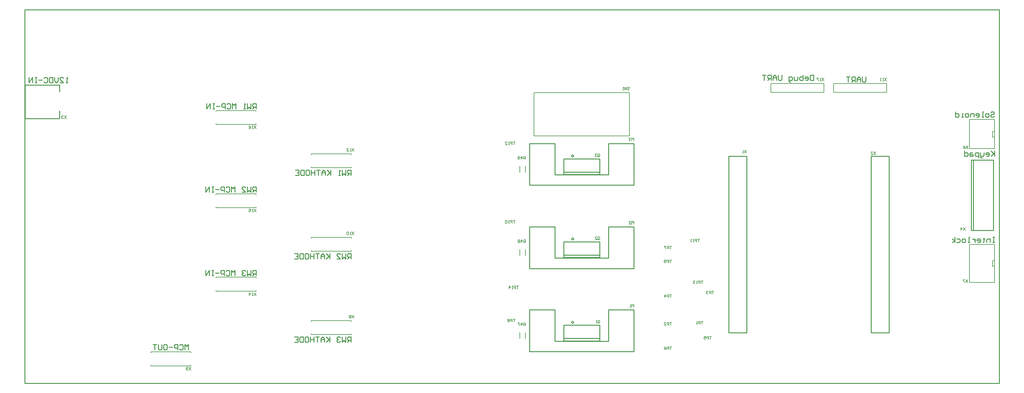
<source format=gbo>
G04 Layer_Color=32896*
%FSLAX43Y43*%
%MOMM*%
G71*
G01*
G75*
%ADD35C,0.250*%
%ADD38C,0.150*%
%ADD39C,0.200*%
%ADD43C,0.254*%
D35*
X272500Y44000D02*
Y64200D01*
X271900Y44000D02*
Y64200D01*
D38*
X278025Y33660D02*
X278600D01*
X278025D02*
Y35285D01*
X278575D01*
X271400Y39950D02*
X278600D01*
Y28975D02*
Y39950D01*
X271400Y28975D02*
X278600D01*
X271400D02*
Y39950D01*
Y67500D02*
Y75950D01*
Y67500D02*
X278600D01*
Y75950D01*
X271400D02*
X278600D01*
X278025Y72485D02*
X278575D01*
X278025Y70860D02*
Y72485D01*
Y70860D02*
X278600D01*
X194841Y17770D02*
X194308D01*
X194574D01*
Y16970D01*
X194041D02*
Y17770D01*
X193641D01*
X193508Y17636D01*
Y17370D01*
X193641Y17237D01*
X194041D01*
X193242Y16970D02*
X192975D01*
X193108D01*
Y17770D01*
X193242Y17636D01*
X164667Y17433D02*
Y17966D01*
X164800Y18100D01*
X165067D01*
X165200Y17966D01*
Y17433D01*
X165067Y17300D01*
X164800D01*
X164933Y17567D02*
X164667Y17300D01*
X164800D02*
X164667Y17433D01*
X164400Y17300D02*
X164134D01*
X164267D01*
Y18100D01*
X164400Y17966D01*
X66400Y74100D02*
X65867Y73300D01*
Y74100D02*
X66400Y73300D01*
X65600D02*
X65334D01*
X65467D01*
Y74100D01*
X65600Y73966D01*
X64401Y74100D02*
X64667Y73966D01*
X64934Y73700D01*
Y73433D01*
X64801Y73300D01*
X64534D01*
X64401Y73433D01*
Y73567D01*
X64534Y73700D01*
X64934D01*
X47700Y4600D02*
X47167Y3800D01*
Y4600D02*
X47700Y3800D01*
X46900Y3933D02*
X46767Y3800D01*
X46500D01*
X46367Y3933D01*
Y4466D01*
X46500Y4600D01*
X46767D01*
X46900Y4466D01*
Y4333D01*
X46767Y4200D01*
X46367D01*
X229577Y87838D02*
X229043Y87038D01*
Y87838D02*
X229577Y87038D01*
X228777D02*
X228510D01*
X228644D01*
Y87838D01*
X228777Y87705D01*
X228110Y87838D02*
X227577D01*
Y87705D01*
X228110Y87172D01*
Y87038D01*
X207307Y67046D02*
X206773Y66246D01*
Y67046D02*
X207307Y66246D01*
X206507D02*
X206240D01*
X206373D01*
Y67046D01*
X206507Y66913D01*
X270900Y29800D02*
X270367Y29000D01*
Y29800D02*
X270900Y29000D01*
X270100Y29800D02*
X269567D01*
Y29666D01*
X270100Y29133D01*
Y29000D01*
X271000Y68300D02*
X270467Y67500D01*
Y68300D02*
X271000Y67500D01*
X269667Y68300D02*
X269934Y68166D01*
X270200Y67900D01*
Y67633D01*
X270067Y67500D01*
X269800D01*
X269667Y67633D01*
Y67767D01*
X269800Y67900D01*
X270200D01*
X174967Y69792D02*
Y70592D01*
X174700Y70325D01*
X174433Y70592D01*
Y69792D01*
X174167Y70458D02*
X174034Y70592D01*
X173767D01*
X173634Y70458D01*
Y70325D01*
X173767Y70192D01*
X173900D01*
X173767D01*
X173634Y70058D01*
Y69925D01*
X173767Y69792D01*
X174034D01*
X174167Y69925D01*
X11900Y77000D02*
X11367Y76200D01*
Y77000D02*
X11900Y76200D01*
X11100Y76866D02*
X10967Y77000D01*
X10700D01*
X10567Y76866D01*
Y76733D01*
X10700Y76600D01*
X10834D01*
X10700D01*
X10567Y76467D01*
Y76333D01*
X10700Y76200D01*
X10967D01*
X11100Y76333D01*
X270200Y44800D02*
X269667Y44000D01*
Y44800D02*
X270200Y44000D01*
X269000D02*
Y44800D01*
X269400Y44400D01*
X268867D01*
X141844Y27967D02*
X141311D01*
X141578D01*
Y27168D01*
X141045D02*
Y27967D01*
X140645D01*
X140511Y27834D01*
Y27567D01*
X140645Y27434D01*
X141045D01*
X140245Y27168D02*
X139978D01*
X140112D01*
Y27967D01*
X140245Y27834D01*
X139179Y27168D02*
Y27967D01*
X139578Y27567D01*
X139045D01*
X194844Y29470D02*
X194311D01*
X194578D01*
Y28670D01*
X194045D02*
Y29470D01*
X193645D01*
X193511Y29336D01*
Y29070D01*
X193645Y28937D01*
X194045D01*
X193245Y28670D02*
X192978D01*
X193112D01*
Y29470D01*
X193245Y29336D01*
X192578D02*
X192445Y29470D01*
X192179D01*
X192045Y29336D01*
Y29203D01*
X192179Y29070D01*
X192312D01*
X192179D01*
X192045Y28937D01*
Y28803D01*
X192179Y28670D01*
X192445D01*
X192578Y28803D01*
X140856Y69467D02*
X140323D01*
X140590D01*
Y68668D01*
X140057D02*
Y69467D01*
X139657D01*
X139523Y69334D01*
Y69067D01*
X139657Y68934D01*
X140057D01*
X139257Y68668D02*
X138990D01*
X139124D01*
Y69467D01*
X139257Y69334D01*
X138057Y68668D02*
X138590D01*
X138057Y69201D01*
Y69334D01*
X138191Y69467D01*
X138457D01*
X138590Y69334D01*
X193843Y41467D02*
X193310D01*
X193576D01*
Y40668D01*
X193043D02*
Y41467D01*
X192643D01*
X192510Y41334D01*
Y41067D01*
X192643Y40934D01*
X193043D01*
X192244Y40668D02*
X191977D01*
X192110D01*
Y41467D01*
X192244Y41334D01*
X191577Y40668D02*
X191311D01*
X191444D01*
Y41467D01*
X191577Y41334D01*
X140847Y46867D02*
X140314D01*
X140580D01*
Y46068D01*
X140047D02*
Y46867D01*
X139647D01*
X139514Y46734D01*
Y46467D01*
X139647Y46334D01*
X140047D01*
X139248Y46068D02*
X138981D01*
X139114D01*
Y46867D01*
X139248Y46734D01*
X138581D02*
X138448Y46867D01*
X138181D01*
X138048Y46734D01*
Y46201D01*
X138181Y46068D01*
X138448D01*
X138581Y46201D01*
Y46734D01*
X185861Y35467D02*
X185327D01*
X185594D01*
Y34668D01*
X185061D02*
Y35467D01*
X184661D01*
X184528Y35334D01*
Y35067D01*
X184661Y34934D01*
X185061D01*
X184261Y34801D02*
X184128Y34668D01*
X183861D01*
X183728Y34801D01*
Y35334D01*
X183861Y35467D01*
X184128D01*
X184261Y35334D01*
Y35201D01*
X184128Y35067D01*
X183728D01*
X140852Y18467D02*
X140319D01*
X140585D01*
Y17668D01*
X140052D02*
Y18467D01*
X139652D01*
X139519Y18334D01*
Y18067D01*
X139652Y17934D01*
X140052D01*
X139252Y18334D02*
X139119Y18467D01*
X138852D01*
X138719Y18334D01*
Y18201D01*
X138852Y18067D01*
X138719Y17934D01*
Y17801D01*
X138852Y17668D01*
X139119D01*
X139252Y17801D01*
Y17934D01*
X139119Y18067D01*
X139252Y18201D01*
Y18334D01*
X139119Y18067D02*
X138852D01*
X185843Y39467D02*
X185310D01*
X185576D01*
Y38668D01*
X185043D02*
Y39467D01*
X184643D01*
X184510Y39334D01*
Y39067D01*
X184643Y38934D01*
X185043D01*
X184244Y39467D02*
X183710D01*
Y39334D01*
X184244Y38801D01*
Y38668D01*
X185856Y10470D02*
X185323D01*
X185590D01*
Y9670D01*
X185057D02*
Y10470D01*
X184657D01*
X184523Y10336D01*
Y10070D01*
X184657Y9937D01*
X185057D01*
X183724Y10470D02*
X183990Y10336D01*
X184257Y10070D01*
Y9803D01*
X184124Y9670D01*
X183857D01*
X183724Y9803D01*
Y9937D01*
X183857Y10070D01*
X184257D01*
X197249Y13470D02*
X196716D01*
X196983D01*
Y12670D01*
X196449D02*
Y13470D01*
X196050D01*
X195916Y13336D01*
Y13070D01*
X196050Y12937D01*
X196449D01*
X195117Y13470D02*
X195650D01*
Y13070D01*
X195383Y13203D01*
X195250D01*
X195117Y13070D01*
Y12803D01*
X195250Y12670D01*
X195516D01*
X195650Y12803D01*
X185840Y25470D02*
X185307D01*
X185574D01*
Y24670D01*
X185041D02*
Y25470D01*
X184641D01*
X184508Y25336D01*
Y25070D01*
X184641Y24937D01*
X185041D01*
X183841Y24670D02*
Y25470D01*
X184241Y25070D01*
X183708D01*
X197959Y26470D02*
X197425D01*
X197692D01*
Y25670D01*
X197159D02*
Y26470D01*
X196759D01*
X196626Y26336D01*
Y26070D01*
X196759Y25937D01*
X197159D01*
X196359Y26336D02*
X196226Y26470D01*
X195959D01*
X195826Y26336D01*
Y26203D01*
X195959Y26070D01*
X196093D01*
X195959D01*
X195826Y25937D01*
Y25803D01*
X195959Y25670D01*
X196226D01*
X196359Y25803D01*
X185850Y17470D02*
X185317D01*
X185583D01*
Y16670D01*
X185050D02*
Y17470D01*
X184650D01*
X184517Y17336D01*
Y17070D01*
X184650Y16937D01*
X185050D01*
X183717Y16670D02*
X184250D01*
X183717Y17203D01*
Y17336D01*
X183850Y17470D01*
X184117D01*
X184250Y17336D01*
X143801Y64459D02*
Y65259D01*
X143401D01*
X143267Y65126D01*
Y64859D01*
X143401Y64726D01*
X143801D01*
X143534D02*
X143267Y64459D01*
X142601D02*
Y65259D01*
X143001Y64859D01*
X142468D01*
X142201Y64593D02*
X142068Y64459D01*
X141801D01*
X141668Y64593D01*
Y65126D01*
X141801Y65259D01*
X142068D01*
X142201Y65126D01*
Y64993D01*
X142068Y64859D01*
X141668D01*
X143810Y40455D02*
Y41255D01*
X143410D01*
X143277Y41121D01*
Y40855D01*
X143410Y40721D01*
X143810D01*
X143544D02*
X143277Y40455D01*
X142611D02*
Y41255D01*
X143010Y40855D01*
X142477D01*
X142211Y41121D02*
X142077Y41255D01*
X141811D01*
X141678Y41121D01*
Y40988D01*
X141811Y40855D01*
X141678Y40721D01*
Y40588D01*
X141811Y40455D01*
X142077D01*
X142211Y40588D01*
Y40721D01*
X142077Y40855D01*
X142211Y40988D01*
Y41121D01*
X142077Y40855D02*
X141811D01*
X143808Y16553D02*
Y17353D01*
X143409D01*
X143275Y17220D01*
Y16953D01*
X143409Y16820D01*
X143808D01*
X143542D02*
X143275Y16553D01*
X142609D02*
Y17353D01*
X143009Y16953D01*
X142475D01*
X142209Y17353D02*
X141676D01*
Y17220D01*
X142209Y16687D01*
Y16553D01*
X173171Y85077D02*
X173304Y85211D01*
X173571D01*
X173704Y85077D01*
Y84944D01*
X173571Y84811D01*
X173304D01*
X173171Y84678D01*
Y84544D01*
X173304Y84411D01*
X173571D01*
X173704Y84544D01*
X172904Y84411D02*
Y85211D01*
X172371Y84411D01*
Y85211D01*
X172105Y84411D02*
X171838D01*
X171971D01*
Y85211D01*
X172105Y85077D01*
X244460Y66600D02*
X243927Y65800D01*
Y66600D02*
X244460Y65800D01*
X243127D02*
X243660D01*
X243127Y66333D01*
Y66466D01*
X243260Y66600D01*
X243527D01*
X243660Y66466D01*
X247560Y87838D02*
X247027Y87038D01*
Y87838D02*
X247560Y87038D01*
X246760D02*
X246493D01*
X246627D01*
Y87838D01*
X246760Y87705D01*
X246094Y87038D02*
X245827D01*
X245960D01*
Y87838D01*
X246094Y87705D01*
X164667Y65333D02*
Y65866D01*
X164800Y66000D01*
X165067D01*
X165200Y65866D01*
Y65333D01*
X165067Y65200D01*
X164800D01*
X164933Y65467D02*
X164667Y65200D01*
X164800D02*
X164667Y65333D01*
X164400Y65866D02*
X164267Y66000D01*
X164000D01*
X163867Y65866D01*
Y65733D01*
X164000Y65600D01*
X164134D01*
X164000D01*
X163867Y65467D01*
Y65333D01*
X164000Y65200D01*
X164267D01*
X164400Y65333D01*
X164667Y41433D02*
Y41966D01*
X164800Y42100D01*
X165067D01*
X165200Y41966D01*
Y41433D01*
X165067Y41300D01*
X164800D01*
X164933Y41567D02*
X164667Y41300D01*
X164800D02*
X164667Y41433D01*
X163867Y41300D02*
X164400D01*
X163867Y41833D01*
Y41966D01*
X164000Y42100D01*
X164267D01*
X164400Y41966D01*
X174967Y21887D02*
Y22687D01*
X174700Y22421D01*
X174433Y22687D01*
Y21887D01*
X174167D02*
X173900D01*
X174034D01*
Y22687D01*
X174167Y22554D01*
X174967Y45789D02*
Y46589D01*
X174700Y46322D01*
X174433Y46589D01*
Y45789D01*
X173634D02*
X174167D01*
X173634Y46322D01*
Y46455D01*
X173767Y46589D01*
X174034D01*
X174167Y46455D01*
X94525Y19563D02*
X93992Y18763D01*
Y19563D02*
X94525Y18763D01*
X93725Y19430D02*
X93592Y19563D01*
X93325D01*
X93192Y19430D01*
Y19296D01*
X93325Y19163D01*
X93192Y19030D01*
Y18896D01*
X93325Y18763D01*
X93592D01*
X93725Y18896D01*
Y19030D01*
X93592Y19163D01*
X93725Y19296D01*
Y19430D01*
X93592Y19163D02*
X93325D01*
X94525Y43566D02*
X93992Y42766D01*
Y43566D02*
X94525Y42766D01*
X93725D02*
X93458D01*
X93592D01*
Y43566D01*
X93725Y43433D01*
X93059D02*
X92925Y43566D01*
X92659D01*
X92525Y43433D01*
Y42899D01*
X92659Y42766D01*
X92925D01*
X93059Y42899D01*
Y43433D01*
X94525Y67569D02*
X93992Y66769D01*
Y67569D02*
X94525Y66769D01*
X93725D02*
X93458D01*
X93592D01*
Y67569D01*
X93725Y67436D01*
X92525Y66769D02*
X93059D01*
X92525Y67302D01*
Y67436D01*
X92659Y67569D01*
X92925D01*
X93059Y67436D01*
X66400Y26000D02*
X65867Y25200D01*
Y26000D02*
X66400Y25200D01*
X65600D02*
X65334D01*
X65467D01*
Y26000D01*
X65600Y25866D01*
X64534Y25200D02*
Y26000D01*
X64934Y25600D01*
X64401D01*
X66400Y50100D02*
X65867Y49300D01*
Y50100D02*
X66400Y49300D01*
X65600D02*
X65334D01*
X65467D01*
Y50100D01*
X65600Y49966D01*
X64401Y50100D02*
X64934D01*
Y49700D01*
X64667Y49833D01*
X64534D01*
X64401Y49700D01*
Y49433D01*
X64534Y49300D01*
X64801D01*
X64934Y49433D01*
D39*
X54950Y74500D02*
X66450D01*
Y74750D01*
X54950Y74500D02*
Y74750D01*
X66450Y78250D02*
Y78500D01*
X54950Y78250D02*
Y78500D01*
X66450D01*
X36250Y5000D02*
X47750D01*
Y5250D01*
X36250Y5000D02*
Y5250D01*
X47750Y8750D02*
Y9000D01*
X36250Y8750D02*
Y9000D01*
X47750D01*
X214380Y86270D02*
X229620D01*
X214380Y83730D02*
Y86270D01*
Y83730D02*
X229620D01*
Y86270D01*
X143800Y60700D02*
Y62500D01*
X142200Y60700D02*
Y62500D01*
X143800Y36700D02*
Y38500D01*
X142200Y36700D02*
Y38500D01*
X143800Y12800D02*
Y14600D01*
X142200Y12800D02*
Y14600D01*
X146250Y71150D02*
X173750D01*
X146250Y83650D02*
X173750D01*
X146250Y71150D02*
Y83650D01*
X173750Y71150D02*
Y83650D01*
X232380Y86270D02*
X247620D01*
X232380Y83730D02*
Y86270D01*
Y83730D02*
X247620D01*
Y86270D01*
X82250Y18000D02*
X93750D01*
X82250Y17750D02*
Y18000D01*
X93750Y17750D02*
Y18000D01*
X82250Y14000D02*
Y14250D01*
X93750Y14000D02*
Y14250D01*
X82250Y14000D02*
X93750D01*
X82250Y38000D02*
X93750D01*
Y38250D01*
X82250Y38000D02*
Y38250D01*
X93750Y41750D02*
Y42000D01*
X82250Y41750D02*
Y42000D01*
X93750D01*
X82250Y62000D02*
X93750D01*
Y62250D01*
X82250Y62000D02*
Y62250D01*
X93750Y65750D02*
Y66000D01*
X82250Y65750D02*
Y66000D01*
X93750D01*
X54950Y26500D02*
X66450D01*
Y26750D01*
X54950Y26500D02*
Y26750D01*
X66450Y30250D02*
Y30500D01*
X54950Y30250D02*
Y30500D01*
X66450D01*
X54950Y50500D02*
X66450D01*
Y50750D01*
X54950Y50500D02*
Y50750D01*
X66450Y54250D02*
Y54500D01*
X54950Y54250D02*
Y54500D01*
X66450D01*
D43*
X157700Y17500D02*
G03*
X157700Y17500I-300J0D01*
G01*
Y65400D02*
G03*
X157700Y65400I-300J0D01*
G01*
Y41500D02*
G03*
X157700Y41500I-300J0D01*
G01*
X154800Y12900D02*
X165200D01*
X154800Y12200D02*
Y16700D01*
X165200D01*
Y12200D02*
Y16700D01*
X154800Y12200D02*
X165200D01*
X207430Y14570D02*
Y65370D01*
X202230D02*
X207430D01*
X202230Y14570D02*
Y65370D01*
Y14570D02*
X207430D01*
X145000Y57000D02*
Y69000D01*
X152300D01*
Y60000D02*
Y69000D01*
Y60000D02*
X167700D01*
Y69000D01*
X175000D01*
Y57000D02*
Y69000D01*
X145000Y57000D02*
X175000D01*
X100Y76175D02*
X10000D01*
X100D02*
Y85825D01*
X10000D01*
Y83875D02*
Y85825D01*
Y76175D02*
Y78375D01*
X271900Y64200D02*
X278250D01*
X271900Y44000D02*
X278250D01*
Y64200D01*
X243130Y14570D02*
Y65370D01*
Y14570D02*
X248330D01*
Y65370D01*
X243130D02*
X248330D01*
X154800Y60800D02*
X165200D01*
X154800Y60100D02*
Y64600D01*
X165200D01*
Y60100D02*
Y64600D01*
X154800Y60100D02*
X165200D01*
X154800Y36200D02*
X165200D01*
Y40700D01*
X154800D02*
X165200D01*
X154800Y36200D02*
Y40700D01*
Y36900D02*
X165200D01*
X145000Y9100D02*
Y21100D01*
X152300D01*
Y12100D02*
Y21100D01*
Y12100D02*
X167700D01*
Y21100D01*
X175000D01*
Y9100D02*
Y21100D01*
X145000Y9100D02*
X175000D01*
X145000Y33000D02*
Y45000D01*
X152300D01*
Y36000D02*
Y45000D01*
Y36000D02*
X167700D01*
Y45000D01*
X175000D01*
Y33000D02*
Y45000D01*
X145000Y33000D02*
X175000D01*
X93700Y59800D02*
Y61324D01*
X92938D01*
X92684Y61070D01*
Y60562D01*
X92938Y60308D01*
X93700D01*
X93192D02*
X92684Y59800D01*
X92176Y61324D02*
Y59800D01*
X91669Y60308D01*
X91161Y59800D01*
Y61324D01*
X90653Y59800D02*
X90145D01*
X90399D01*
Y61324D01*
X90653Y61070D01*
X87860Y61324D02*
Y59800D01*
Y60308D01*
X86844Y61324D01*
X87606Y60562D01*
X86844Y59800D01*
X86336D02*
Y60816D01*
X85829Y61324D01*
X85321Y60816D01*
Y59800D01*
Y60562D01*
X86336D01*
X84813Y61324D02*
X83797D01*
X84305D01*
Y59800D01*
X83289Y61324D02*
Y59800D01*
Y60562D01*
X82274D01*
Y61324D01*
Y59800D01*
X81004Y61324D02*
X81512D01*
X81766Y61070D01*
Y60054D01*
X81512Y59800D01*
X81004D01*
X80750Y60054D01*
Y61070D01*
X81004Y61324D01*
X80242D02*
Y59800D01*
X79481D01*
X79227Y60054D01*
Y61070D01*
X79481Y61324D01*
X80242D01*
X77703D02*
X78719D01*
Y59800D01*
X77703D01*
X78719Y60562D02*
X78211D01*
X93700Y35800D02*
Y37324D01*
X92938D01*
X92684Y37070D01*
Y36562D01*
X92938Y36308D01*
X93700D01*
X93192D02*
X92684Y35800D01*
X92176Y37324D02*
Y35800D01*
X91669Y36308D01*
X91161Y35800D01*
Y37324D01*
X89637Y35800D02*
X90653D01*
X89637Y36816D01*
Y37070D01*
X89891Y37324D01*
X90399D01*
X90653Y37070D01*
X87606Y37324D02*
Y35800D01*
Y36308D01*
X86590Y37324D01*
X87352Y36562D01*
X86590Y35800D01*
X86082D02*
Y36816D01*
X85575Y37324D01*
X85067Y36816D01*
Y35800D01*
Y36562D01*
X86082D01*
X84559Y37324D02*
X83543D01*
X84051D01*
Y35800D01*
X83035Y37324D02*
Y35800D01*
Y36562D01*
X82020D01*
Y37324D01*
Y35800D01*
X80750Y37324D02*
X81258D01*
X81512Y37070D01*
Y36054D01*
X81258Y35800D01*
X80750D01*
X80496Y36054D01*
Y37070D01*
X80750Y37324D01*
X79988D02*
Y35800D01*
X79227D01*
X78973Y36054D01*
Y37070D01*
X79227Y37324D01*
X79988D01*
X77449D02*
X78465D01*
Y35800D01*
X77449D01*
X78465Y36562D02*
X77957D01*
X93700Y11800D02*
Y13324D01*
X92938D01*
X92684Y13070D01*
Y12562D01*
X92938Y12308D01*
X93700D01*
X93192D02*
X92684Y11800D01*
X92176Y13324D02*
Y11800D01*
X91669Y12308D01*
X91161Y11800D01*
Y13324D01*
X90653Y13070D02*
X90399Y13324D01*
X89891D01*
X89637Y13070D01*
Y12816D01*
X89891Y12562D01*
X90145D01*
X89891D01*
X89637Y12308D01*
Y12054D01*
X89891Y11800D01*
X90399D01*
X90653Y12054D01*
X87606Y13324D02*
Y11800D01*
Y12308D01*
X86590Y13324D01*
X87352Y12562D01*
X86590Y11800D01*
X86082D02*
Y12816D01*
X85575Y13324D01*
X85067Y12816D01*
Y11800D01*
Y12562D01*
X86082D01*
X84559Y13324D02*
X83543D01*
X84051D01*
Y11800D01*
X83035Y13324D02*
Y11800D01*
Y12562D01*
X82020D01*
Y13324D01*
Y11800D01*
X80750Y13324D02*
X81258D01*
X81512Y13070D01*
Y12054D01*
X81258Y11800D01*
X80750D01*
X80496Y12054D01*
Y13070D01*
X80750Y13324D01*
X79988D02*
Y11800D01*
X79227D01*
X78973Y12054D01*
Y13070D01*
X79227Y13324D01*
X79988D01*
X77449D02*
X78465D01*
Y11800D01*
X77449D01*
X78465Y12562D02*
X77957D01*
X241600Y88224D02*
Y86954D01*
X241346Y86700D01*
X240838D01*
X240584Y86954D01*
Y88224D01*
X240076Y86700D02*
Y87716D01*
X239569Y88224D01*
X239061Y87716D01*
Y86700D01*
Y87462D01*
X240076D01*
X238553Y86700D02*
Y88224D01*
X237791D01*
X237537Y87970D01*
Y87462D01*
X237791Y87208D01*
X238553D01*
X238045D02*
X237537Y86700D01*
X237029Y88224D02*
X236014D01*
X236522D01*
Y86700D01*
X226600Y88724D02*
Y87200D01*
X225838D01*
X225584Y87454D01*
Y88470D01*
X225838Y88724D01*
X226600D01*
X224315Y87200D02*
X224823D01*
X225076Y87454D01*
Y87962D01*
X224823Y88216D01*
X224315D01*
X224061Y87962D01*
Y87708D01*
X225076D01*
X223553Y88724D02*
Y87200D01*
X222791D01*
X222537Y87454D01*
Y87708D01*
Y87962D01*
X222791Y88216D01*
X223553D01*
X222029D02*
Y87454D01*
X221776Y87200D01*
X221014D01*
Y88216D01*
X219998Y86692D02*
X219744D01*
X219490Y86946D01*
Y88216D01*
X220252D01*
X220506Y87962D01*
Y87454D01*
X220252Y87200D01*
X219490D01*
X217459Y88724D02*
Y87454D01*
X217205Y87200D01*
X216697D01*
X216443Y87454D01*
Y88724D01*
X215935Y87200D02*
Y88216D01*
X215428Y88724D01*
X214920Y88216D01*
Y87200D01*
Y87962D01*
X215935D01*
X214412Y87200D02*
Y88724D01*
X213650D01*
X213396Y88470D01*
Y87962D01*
X213650Y87708D01*
X214412D01*
X213904D02*
X213396Y87200D01*
X212888Y88724D02*
X211873D01*
X212381D01*
Y87200D01*
X12300Y86500D02*
X11792D01*
X12046D01*
Y88024D01*
X12300Y87770D01*
X10015Y86500D02*
X11030D01*
X10015Y87516D01*
Y87770D01*
X10269Y88024D01*
X10776D01*
X11030Y87770D01*
X9507Y88024D02*
Y87008D01*
X8999Y86500D01*
X8491Y87008D01*
Y88024D01*
X7983D02*
Y86500D01*
X7222D01*
X6968Y86754D01*
Y87770D01*
X7222Y88024D01*
X7983D01*
X5444Y87770D02*
X5698Y88024D01*
X6206D01*
X6460Y87770D01*
Y86754D01*
X6206Y86500D01*
X5698D01*
X5444Y86754D01*
X4936Y87262D02*
X3921D01*
X3413Y88024D02*
X2905D01*
X3159D01*
Y86500D01*
X3413D01*
X2905D01*
X2143D02*
Y88024D01*
X1128Y86500D01*
Y88024D01*
X47000Y9600D02*
Y11124D01*
X46492Y10616D01*
X45984Y11124D01*
Y9600D01*
X44461Y10870D02*
X44715Y11124D01*
X45223D01*
X45476Y10870D01*
Y9854D01*
X45223Y9600D01*
X44715D01*
X44461Y9854D01*
X43953Y9600D02*
Y11124D01*
X43191D01*
X42937Y10870D01*
Y10362D01*
X43191Y10108D01*
X43953D01*
X42429Y10362D02*
X41414D01*
X40144Y11124D02*
X40652D01*
X40906Y10870D01*
Y9854D01*
X40652Y9600D01*
X40144D01*
X39890Y9854D01*
Y10870D01*
X40144Y11124D01*
X39382D02*
Y9854D01*
X39129Y9600D01*
X38621D01*
X38367Y9854D01*
Y11124D01*
X37859D02*
X36843D01*
X37351D01*
Y9600D01*
X66400Y31000D02*
Y32524D01*
X65638D01*
X65384Y32270D01*
Y31762D01*
X65638Y31508D01*
X66400D01*
X65892D02*
X65384Y31000D01*
X64876Y32524D02*
Y31000D01*
X64369Y31508D01*
X63861Y31000D01*
Y32524D01*
X63353Y32270D02*
X63099Y32524D01*
X62591D01*
X62337Y32270D01*
Y32016D01*
X62591Y31762D01*
X62845D01*
X62591D01*
X62337Y31508D01*
Y31254D01*
X62591Y31000D01*
X63099D01*
X63353Y31254D01*
X60306Y31000D02*
Y32524D01*
X59798Y32016D01*
X59290Y32524D01*
Y31000D01*
X57767Y32270D02*
X58021Y32524D01*
X58529D01*
X58782Y32270D01*
Y31254D01*
X58529Y31000D01*
X58021D01*
X57767Y31254D01*
X57259Y31000D02*
Y32524D01*
X56497D01*
X56243Y32270D01*
Y31762D01*
X56497Y31508D01*
X57259D01*
X55735Y31762D02*
X54720D01*
X54212Y32524D02*
X53704D01*
X53958D01*
Y31000D01*
X54212D01*
X53704D01*
X52942D02*
Y32524D01*
X51927Y31000D01*
Y32524D01*
X66400Y55000D02*
Y56524D01*
X65638D01*
X65384Y56270D01*
Y55762D01*
X65638Y55508D01*
X66400D01*
X65892D02*
X65384Y55000D01*
X64876Y56524D02*
Y55000D01*
X64369Y55508D01*
X63861Y55000D01*
Y56524D01*
X62337Y55000D02*
X63353D01*
X62337Y56016D01*
Y56270D01*
X62591Y56524D01*
X63099D01*
X63353Y56270D01*
X60306Y55000D02*
Y56524D01*
X59798Y56016D01*
X59290Y56524D01*
Y55000D01*
X57767Y56270D02*
X58021Y56524D01*
X58529D01*
X58782Y56270D01*
Y55254D01*
X58529Y55000D01*
X58021D01*
X57767Y55254D01*
X57259Y55000D02*
Y56524D01*
X56497D01*
X56243Y56270D01*
Y55762D01*
X56497Y55508D01*
X57259D01*
X55735Y55762D02*
X54720D01*
X54212Y56524D02*
X53704D01*
X53958D01*
Y55000D01*
X54212D01*
X53704D01*
X52942D02*
Y56524D01*
X51927Y55000D01*
Y56524D01*
X66400Y79000D02*
Y80524D01*
X65638D01*
X65384Y80270D01*
Y79762D01*
X65638Y79508D01*
X66400D01*
X65892D02*
X65384Y79000D01*
X64876Y80524D02*
Y79000D01*
X64369Y79508D01*
X63861Y79000D01*
Y80524D01*
X63353Y79000D02*
X62845D01*
X63099D01*
Y80524D01*
X63353Y80270D01*
X60560Y79000D02*
Y80524D01*
X60052Y80016D01*
X59544Y80524D01*
Y79000D01*
X58021Y80270D02*
X58275Y80524D01*
X58782D01*
X59036Y80270D01*
Y79254D01*
X58782Y79000D01*
X58275D01*
X58021Y79254D01*
X57513Y79000D02*
Y80524D01*
X56751D01*
X56497Y80270D01*
Y79762D01*
X56751Y79508D01*
X57513D01*
X55989Y79762D02*
X54974D01*
X54466Y80524D02*
X53958D01*
X54212D01*
Y79000D01*
X54466D01*
X53958D01*
X53196D02*
Y80524D01*
X52181Y79000D01*
Y80524D01*
X277484Y77870D02*
X277738Y78124D01*
X278246D01*
X278500Y77870D01*
Y77616D01*
X278246Y77362D01*
X277738D01*
X277484Y77108D01*
Y76854D01*
X277738Y76600D01*
X278246D01*
X278500Y76854D01*
X276723Y76600D02*
X276215D01*
X275961Y76854D01*
Y77362D01*
X276215Y77616D01*
X276723D01*
X276977Y77362D01*
Y76854D01*
X276723Y76600D01*
X275453D02*
X274945D01*
X275199D01*
Y78124D01*
X275453D01*
X273422Y76600D02*
X273929D01*
X274183Y76854D01*
Y77362D01*
X273929Y77616D01*
X273422D01*
X273168Y77362D01*
Y77108D01*
X274183D01*
X272660Y76600D02*
Y77616D01*
X271898D01*
X271644Y77362D01*
Y76600D01*
X270882D02*
X270375D01*
X270121Y76854D01*
Y77362D01*
X270375Y77616D01*
X270882D01*
X271136Y77362D01*
Y76854D01*
X270882Y76600D01*
X269613D02*
X269105D01*
X269359D01*
Y77616D01*
X269613D01*
X267328Y78124D02*
Y76600D01*
X268089D01*
X268343Y76854D01*
Y77362D01*
X268089Y77616D01*
X267328D01*
X278600Y42024D02*
X278092D01*
X278346D01*
Y40500D01*
X278600D01*
X278092D01*
X277330D02*
Y41516D01*
X276569D01*
X276315Y41262D01*
Y40500D01*
X275553Y41770D02*
Y41516D01*
X275807D01*
X275299D01*
X275553D01*
Y40754D01*
X275299Y40500D01*
X273776D02*
X274283D01*
X274537Y40754D01*
Y41262D01*
X274283Y41516D01*
X273776D01*
X273522Y41262D01*
Y41008D01*
X274537D01*
X273014Y41516D02*
Y40500D01*
Y41008D01*
X272760Y41262D01*
X272506Y41516D01*
X272252D01*
X271490Y40500D02*
X270982D01*
X271236D01*
Y42024D01*
X271490D01*
X269967Y40500D02*
X269459D01*
X269205Y40754D01*
Y41262D01*
X269459Y41516D01*
X269967D01*
X270221Y41262D01*
Y40754D01*
X269967Y40500D01*
X267682Y41516D02*
X268443D01*
X268697Y41262D01*
Y40754D01*
X268443Y40500D01*
X267682D01*
X267174D02*
Y42024D01*
Y41008D02*
X266412Y41516D01*
X267174Y41008D02*
X266412Y40500D01*
X278600Y66824D02*
Y65300D01*
Y65808D01*
X277584Y66824D01*
X278346Y66062D01*
X277584Y65300D01*
X276315D02*
X276823D01*
X277076Y65554D01*
Y66062D01*
X276823Y66316D01*
X276315D01*
X276061Y66062D01*
Y65808D01*
X277076D01*
X275553Y66316D02*
Y65554D01*
X275299Y65300D01*
X274537D01*
Y65046D01*
X274791Y64792D01*
X275045D01*
X274537Y65300D02*
Y66316D01*
X274029Y64792D02*
Y66316D01*
X273268D01*
X273014Y66062D01*
Y65554D01*
X273268Y65300D01*
X274029D01*
X272252Y66316D02*
X271744D01*
X271490Y66062D01*
Y65300D01*
X272252D01*
X272506Y65554D01*
X272252Y65808D01*
X271490D01*
X269967Y66824D02*
Y65300D01*
X270729D01*
X270982Y65554D01*
Y66062D01*
X270729Y66316D01*
X269967D01*
X0Y0D02*
X280000D01*
Y107500D01*
X0D02*
X280000D01*
X0Y0D02*
Y107500D01*
M02*

</source>
